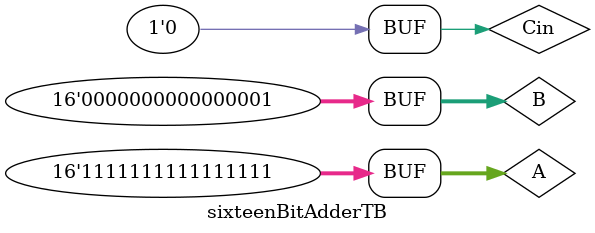
<source format=v>
module sixteenBitAdderTB;

	reg [15:0] A, B;
	reg [0:0] Cin;
	wire Cout;
	wire[15:0] Sum;

	sixteenBitAdder SBATB0(A,B,Cin,Sum,Cout);

	initial begin
		A = 2; 		B = 6; 		Cin = 0; #5; //8
		A = 16; 	B = 23; 	Cin = 0; #5; //39
		A = 124; 	B = 215; 	Cin = 0; #5; //339
		A = 1504; 	B = 4120; 	Cin = 0; #5; //5624
		A = 15031; 	B = 10154; 	Cin = 0; #5; //25185
		A = 65535; 	B = 1; 		Cin = 0; #5; //65536
	end

	initial begin
		$monitor($time, " A=%d B=%d Cin=%d Sum=%d Cout=%d", A, B, Cin, Sum, Cout);
	end
	
endmodule
</source>
